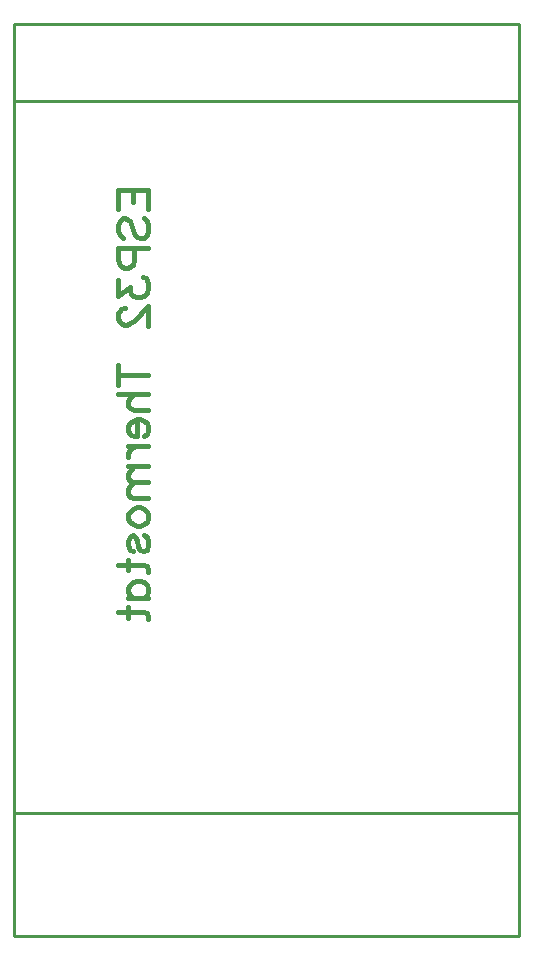
<source format=gbo>
G04 DipTrace 3.3.0.0*
G04 ESP32externalssr.gbo*
%MOIN*%
G04 #@! TF.FileFunction,Legend,Bot*
G04 #@! TF.Part,Single*
%ADD10C,0.009843*%
%ADD86C,0.015439*%
%FSLAX26Y26*%
G04*
G70*
G90*
G75*
G01*
G04 BotSilk*
%LPD*%
X2075906Y3432598D2*
D10*
X394016D1*
Y394016D1*
X2075906D1*
Y3432598D1*
Y803921D2*
X394016D1*
X2075906Y3176446D2*
X394016D1*
X741009Y2816567D2*
D86*
Y2878690D1*
X841489D1*
Y2816567D1*
X788873Y2878690D2*
Y2840443D1*
X755379Y2718702D2*
X745762Y2728208D1*
X741009Y2742578D1*
Y2761702D1*
X745762Y2776072D1*
X755379Y2785689D1*
X764886D1*
X774503Y2780825D1*
X779256Y2776072D1*
X784009Y2766565D1*
X793626Y2737825D1*
X798379Y2728208D1*
X803243Y2723455D1*
X812749Y2718702D1*
X827119D1*
X836626Y2728208D1*
X841489Y2742578D1*
Y2761702D1*
X836626Y2776072D1*
X827119Y2785689D1*
X793626Y2687823D2*
Y2644713D1*
X788873Y2630454D1*
X784009Y2625590D1*
X774503Y2620837D1*
X760133D1*
X750626Y2625590D1*
X745762Y2630454D1*
X741009Y2644713D1*
Y2687823D1*
X841489D1*
X741120Y2580341D2*
Y2527835D1*
X779366Y2556465D1*
Y2542095D1*
X784119Y2532588D1*
X788873Y2527835D1*
X803243Y2522972D1*
X812749D1*
X827119Y2527835D1*
X836736Y2537342D1*
X841489Y2551712D1*
Y2566082D1*
X836736Y2580341D1*
X831872Y2585094D1*
X822366Y2589958D1*
X764996Y2487229D2*
X760243D1*
X750626Y2482476D1*
X745873Y2477723D1*
X741120Y2468106D1*
Y2448983D1*
X745873Y2439476D1*
X750626Y2434723D1*
X760243Y2429860D1*
X769749D1*
X779366Y2434723D1*
X793626Y2444230D1*
X841489Y2492093D1*
Y2425106D1*
X741009Y2263533D2*
X841489D1*
X741009Y2297026D2*
Y2230039D1*
Y2199161D2*
X841489D1*
X793626D2*
X779256Y2184791D1*
X774503Y2175174D1*
Y2160804D1*
X779256Y2151297D1*
X793626Y2146544D1*
X841489D1*
X803243Y2115666D2*
Y2058296D1*
X793626D1*
X784009Y2063049D1*
X779256Y2067802D1*
X774503Y2077419D1*
Y2091789D1*
X779256Y2101296D1*
X788873Y2110912D1*
X803243Y2115666D1*
X812749D1*
X827119Y2110912D1*
X836626Y2101296D1*
X841489Y2091789D1*
Y2077419D1*
X836626Y2067802D1*
X827119Y2058296D1*
X774503Y2027417D2*
X841489D1*
X803243D2*
X788873Y2022554D1*
X779256Y2013047D1*
X774503Y2003430D1*
Y1989060D1*
Y1958182D2*
X841489D1*
X793626D2*
X779256Y1943812D1*
X774503Y1934195D1*
Y1919935D1*
X779256Y1910318D1*
X793626Y1905565D1*
X841489D1*
X793626D2*
X779256Y1891195D1*
X774503Y1881578D1*
Y1867319D1*
X779256Y1857702D1*
X793626Y1852838D1*
X841489D1*
X774503Y1798083D2*
X779256Y1807590D1*
X788873Y1817206D1*
X803243Y1821960D1*
X812749D1*
X827119Y1817206D1*
X836626Y1807590D1*
X841489Y1798083D1*
Y1783713D1*
X836626Y1774096D1*
X827119Y1764590D1*
X812749Y1759726D1*
X803243D1*
X788873Y1764590D1*
X779256Y1774096D1*
X774503Y1783713D1*
Y1798083D1*
X788873Y1676231D2*
X779256Y1680984D1*
X774503Y1695354D1*
Y1709724D1*
X779256Y1724094D1*
X788873Y1728848D1*
X798379Y1724094D1*
X803243Y1714478D1*
X807996Y1690601D1*
X812749Y1680984D1*
X822366Y1676231D1*
X827119D1*
X836626Y1680984D1*
X841489Y1695354D1*
Y1709724D1*
X836626Y1724094D1*
X827119Y1728848D1*
X741009Y1630983D2*
X822366Y1630982D1*
X836626Y1626229D1*
X841489Y1616612D1*
Y1607106D1*
X774503Y1645353D2*
Y1611859D1*
Y1518858D2*
X841489D1*
X788873D2*
X779256Y1528364D1*
X774503Y1537981D1*
Y1552241D1*
X779256Y1561858D1*
X788873Y1571364D1*
X803243Y1576228D1*
X812749D1*
X827119Y1571364D1*
X836626Y1561857D1*
X841489Y1552241D1*
Y1537981D1*
X836626Y1528364D1*
X827119Y1518858D1*
X741009Y1473609D2*
X822366D1*
X836626Y1468856D1*
X841489Y1459239D1*
Y1449733D1*
X774503Y1487979D2*
Y1454486D1*
M02*

</source>
